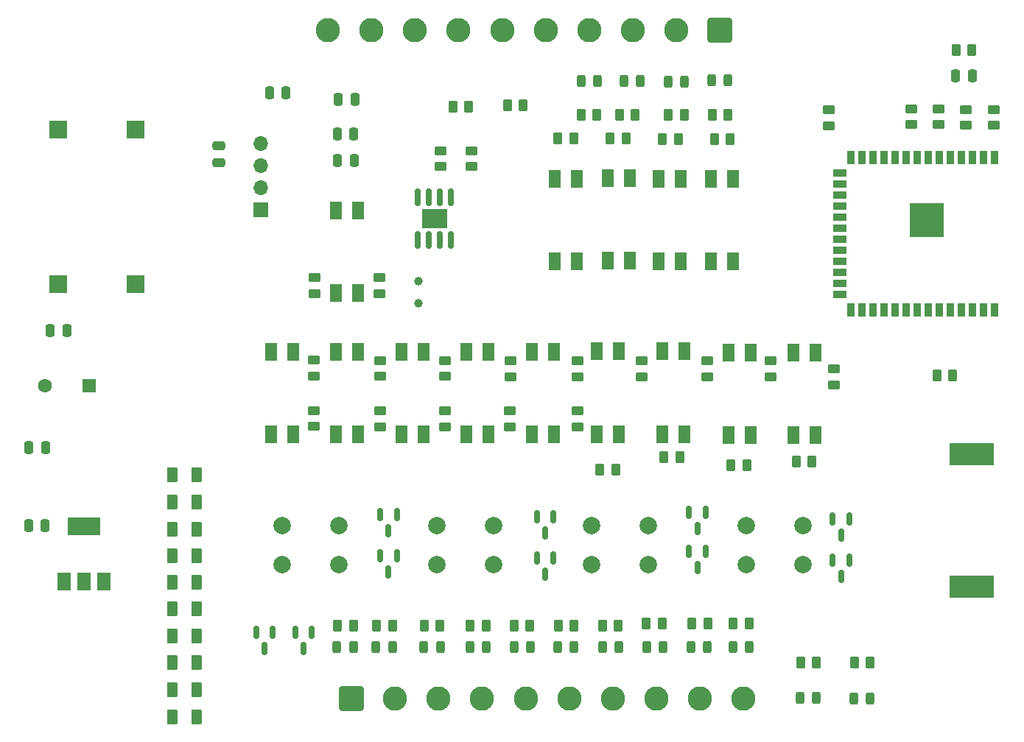
<source format=gbr>
%TF.GenerationSoftware,KiCad,Pcbnew,9.0.4*%
%TF.CreationDate,2025-10-10T10:10:13+07:00*%
%TF.ProjectId,TARA_T8X,54415241-5f54-4385-982e-6b696361645f,rev?*%
%TF.SameCoordinates,Original*%
%TF.FileFunction,Soldermask,Top*%
%TF.FilePolarity,Negative*%
%FSLAX46Y46*%
G04 Gerber Fmt 4.6, Leading zero omitted, Abs format (unit mm)*
G04 Created by KiCad (PCBNEW 9.0.4) date 2025-10-10 10:10:13*
%MOMM*%
%LPD*%
G01*
G04 APERTURE LIST*
G04 Aperture macros list*
%AMRoundRect*
0 Rectangle with rounded corners*
0 $1 Rounding radius*
0 $2 $3 $4 $5 $6 $7 $8 $9 X,Y pos of 4 corners*
0 Add a 4 corners polygon primitive as box body*
4,1,4,$2,$3,$4,$5,$6,$7,$8,$9,$2,$3,0*
0 Add four circle primitives for the rounded corners*
1,1,$1+$1,$2,$3*
1,1,$1+$1,$4,$5*
1,1,$1+$1,$6,$7*
1,1,$1+$1,$8,$9*
0 Add four rect primitives between the rounded corners*
20,1,$1+$1,$2,$3,$4,$5,0*
20,1,$1+$1,$4,$5,$6,$7,0*
20,1,$1+$1,$6,$7,$8,$9,0*
20,1,$1+$1,$8,$9,$2,$3,0*%
G04 Aperture macros list end*
%ADD10RoundRect,0.243750X0.243750X0.456250X-0.243750X0.456250X-0.243750X-0.456250X0.243750X-0.456250X0*%
%ADD11RoundRect,0.150000X-0.150000X0.587500X-0.150000X-0.587500X0.150000X-0.587500X0.150000X0.587500X0*%
%ADD12C,2.000000*%
%ADD13RoundRect,0.250000X-0.450000X0.262500X-0.450000X-0.262500X0.450000X-0.262500X0.450000X0.262500X0*%
%ADD14RoundRect,0.250000X0.262500X0.450000X-0.262500X0.450000X-0.262500X-0.450000X0.262500X-0.450000X0*%
%ADD15RoundRect,0.250000X-0.262500X-0.450000X0.262500X-0.450000X0.262500X0.450000X-0.262500X0.450000X0*%
%ADD16RoundRect,0.243750X-0.243750X-0.456250X0.243750X-0.456250X0.243750X0.456250X-0.243750X0.456250X0*%
%ADD17RoundRect,0.250000X0.375000X0.625000X-0.375000X0.625000X-0.375000X-0.625000X0.375000X-0.625000X0*%
%ADD18RoundRect,0.250000X0.450000X-0.262500X0.450000X0.262500X-0.450000X0.262500X-0.450000X-0.262500X0*%
%ADD19R,1.400000X2.000000*%
%ADD20R,2.000000X2.000000*%
%ADD21R,0.900000X1.500000*%
%ADD22R,1.500000X0.900000*%
%ADD23C,0.500000*%
%ADD24R,3.900000X3.900000*%
%ADD25C,1.000000*%
%ADD26R,1.700000X1.700000*%
%ADD27O,1.700000X1.700000*%
%ADD28RoundRect,0.250001X1.149999X1.149999X-1.149999X1.149999X-1.149999X-1.149999X1.149999X-1.149999X0*%
%ADD29C,2.800000*%
%ADD30RoundRect,0.250000X0.250000X0.475000X-0.250000X0.475000X-0.250000X-0.475000X0.250000X-0.475000X0*%
%ADD31R,5.100000X2.500000*%
%ADD32R,1.600000X1.600000*%
%ADD33C,1.600000*%
%ADD34RoundRect,0.250000X-0.250000X-0.475000X0.250000X-0.475000X0.250000X0.475000X-0.250000X0.475000X0*%
%ADD35RoundRect,0.250001X-1.149999X-1.149999X1.149999X-1.149999X1.149999X1.149999X-1.149999X1.149999X0*%
%ADD36RoundRect,0.250000X0.475000X-0.250000X0.475000X0.250000X-0.475000X0.250000X-0.475000X-0.250000X0*%
%ADD37RoundRect,0.150000X0.150000X-0.825000X0.150000X0.825000X-0.150000X0.825000X-0.150000X-0.825000X0*%
%ADD38R,3.000000X2.290000*%
%ADD39R,1.500000X2.000000*%
%ADD40R,3.800000X2.000000*%
G04 APERTURE END LIST*
D10*
%TO.C,LED5*%
X144337500Y-126450000D03*
X142462500Y-126450000D03*
%TD*%
D11*
%TO.C,Q2*%
X119250000Y-124750000D03*
X117350000Y-124750000D03*
X118300000Y-126625000D03*
%TD*%
D12*
%TO.C,S2*%
X133617660Y-112542460D03*
X140117660Y-112542460D03*
X133617660Y-117042460D03*
X140117660Y-117042460D03*
%TD*%
D13*
%TO.C,R23*%
X127100000Y-93537500D03*
X127100000Y-95362500D03*
%TD*%
%TO.C,R39*%
X178675000Y-64700000D03*
X178675000Y-66525000D03*
%TD*%
%TO.C,R26*%
X149800000Y-93587500D03*
X149800000Y-95412500D03*
%TD*%
D14*
%TO.C,R17*%
X154172500Y-106110000D03*
X152347500Y-106110000D03*
%TD*%
D15*
%TO.C,R7*%
X152637500Y-124000000D03*
X154462500Y-124000000D03*
%TD*%
D16*
%TO.C,LED12*%
X160187500Y-61425000D03*
X162062500Y-61425000D03*
%TD*%
D15*
%TO.C,R36*%
X153537500Y-67975000D03*
X155362500Y-67975000D03*
%TD*%
D17*
%TO.C,D3*%
X106000000Y-112900000D03*
X103200000Y-112900000D03*
%TD*%
D15*
%TO.C,R9*%
X162925000Y-123750000D03*
X164750000Y-123750000D03*
%TD*%
D11*
%TO.C,Q5*%
X147000000Y-111500000D03*
X145100000Y-111500000D03*
X146050000Y-113375000D03*
%TD*%
D15*
%TO.C,R1*%
X122175000Y-124000000D03*
X124000000Y-124000000D03*
%TD*%
D11*
%TO.C,Q9*%
X181000000Y-111750000D03*
X179100000Y-111750000D03*
X180050000Y-113625000D03*
%TD*%
D18*
%TO.C,R33*%
X194400000Y-66462500D03*
X194400000Y-64637500D03*
%TD*%
D11*
%TO.C,Q1*%
X114750000Y-124750000D03*
X112850000Y-124750000D03*
X113800000Y-126625000D03*
%TD*%
D19*
%TO.C,OPTO10*%
X177140000Y-92600000D03*
X174600000Y-92600000D03*
X174600000Y-102100000D03*
X177140000Y-102100000D03*
%TD*%
D17*
%TO.C,D4*%
X106000000Y-116000000D03*
X103200000Y-116000000D03*
%TD*%
D19*
%TO.C,OPTO9*%
X169640000Y-92600000D03*
X167100000Y-92600000D03*
X167100000Y-102100000D03*
X169640000Y-102100000D03*
%TD*%
%TO.C,OPTO5*%
X139540000Y-92500000D03*
X137000000Y-92500000D03*
X137000000Y-102000000D03*
X139540000Y-102000000D03*
%TD*%
D11*
%TO.C,Q4*%
X129000000Y-116000000D03*
X127100000Y-116000000D03*
X128050000Y-117875000D03*
%TD*%
D20*
%TO.C,U1*%
X90110000Y-67000000D03*
X99000000Y-67000000D03*
X99000000Y-84780000D03*
X90110000Y-84780000D03*
%TD*%
D11*
%TO.C,Q10*%
X181000000Y-116500000D03*
X179100000Y-116500000D03*
X180050000Y-118375000D03*
%TD*%
D18*
%TO.C,RT1*%
X137600000Y-71237500D03*
X137600000Y-69412500D03*
%TD*%
D17*
%TO.C,D10*%
X106000000Y-134500000D03*
X103200000Y-134500000D03*
%TD*%
%TO.C,D1*%
X106000000Y-106700000D03*
X103200000Y-106700000D03*
%TD*%
D21*
%TO.C,J2*%
X197660000Y-70170000D03*
X196390000Y-70170000D03*
X195120000Y-70170000D03*
X193850000Y-70170000D03*
X192580000Y-70170000D03*
X191310000Y-70170000D03*
X190040000Y-70170000D03*
X188770000Y-70170000D03*
X187500000Y-70170000D03*
X186230000Y-70170000D03*
X184960000Y-70170000D03*
X183690000Y-70170000D03*
X182420000Y-70170000D03*
X181150000Y-70170000D03*
D22*
X179900000Y-71935000D03*
X179900000Y-73205000D03*
X179900000Y-74475000D03*
X179900000Y-75745000D03*
X179900000Y-77015000D03*
X179900000Y-78285000D03*
X179900000Y-79555000D03*
X179900000Y-80825000D03*
X179900000Y-82095000D03*
X179900000Y-83365000D03*
X179900000Y-84635000D03*
X179900000Y-85905000D03*
D21*
X181150000Y-87670000D03*
X182420000Y-87670000D03*
X183690000Y-87670000D03*
X184960000Y-87670000D03*
X186230000Y-87670000D03*
X187500000Y-87670000D03*
X188770000Y-87670000D03*
X190040000Y-87670000D03*
X191310000Y-87670000D03*
X192580000Y-87670000D03*
X193850000Y-87670000D03*
X195120000Y-87670000D03*
X196390000Y-87670000D03*
X197660000Y-87670000D03*
D23*
X190640000Y-76020000D03*
X189240000Y-76020000D03*
X191340000Y-76720000D03*
X189940000Y-76720000D03*
X188540000Y-76720000D03*
X190640000Y-77420000D03*
D24*
X189940000Y-77420000D03*
D23*
X189240000Y-77420000D03*
X191340000Y-78120000D03*
X189940000Y-78120000D03*
X188540000Y-78120000D03*
X190640000Y-78820000D03*
X189240000Y-78820000D03*
%TD*%
D16*
%TO.C,Dled1*%
X175362500Y-132350000D03*
X177237500Y-132350000D03*
%TD*%
D18*
%TO.C,R25*%
X142050000Y-95412500D03*
X142050000Y-93587500D03*
%TD*%
%TO.C,R14*%
X134550000Y-101162500D03*
X134550000Y-99337500D03*
%TD*%
D19*
%TO.C,OPTO3*%
X124540000Y-92550000D03*
X122000000Y-92550000D03*
X122000000Y-102050000D03*
X124540000Y-102050000D03*
%TD*%
D18*
%TO.C,R34*%
X197600000Y-66462500D03*
X197600000Y-64637500D03*
%TD*%
%TO.C,R28*%
X164650000Y-95412500D03*
X164650000Y-93587500D03*
%TD*%
D15*
%TO.C,R_led2*%
X181587500Y-128300000D03*
X183412500Y-128300000D03*
%TD*%
D19*
%TO.C,OPTO7*%
X154540000Y-92475000D03*
X152000000Y-92475000D03*
X152000000Y-101975000D03*
X154540000Y-101975000D03*
%TD*%
%TO.C,OPTO2*%
X117070000Y-92550000D03*
X114530000Y-92550000D03*
X114530000Y-102050000D03*
X117070000Y-102050000D03*
%TD*%
D15*
%TO.C,R35*%
X147512500Y-67975000D03*
X149337500Y-67975000D03*
%TD*%
D11*
%TO.C,Q7*%
X164500000Y-111000000D03*
X162600000Y-111000000D03*
X163550000Y-112875000D03*
%TD*%
D12*
%TO.C,S4*%
X169177660Y-112542460D03*
X175677660Y-112542460D03*
X169177660Y-117042460D03*
X175677660Y-117042460D03*
%TD*%
D13*
%TO.C,R21*%
X127000000Y-84000000D03*
X127000000Y-85825000D03*
%TD*%
D18*
%TO.C,R31*%
X188100000Y-66387500D03*
X188100000Y-64562500D03*
%TD*%
D15*
%TO.C,R2*%
X126675000Y-124000000D03*
X128500000Y-124000000D03*
%TD*%
D18*
%TO.C,R27*%
X157150000Y-95412500D03*
X157150000Y-93587500D03*
%TD*%
D25*
%TO.C,Y1*%
X131480000Y-86950000D03*
X131480000Y-84410000D03*
%TD*%
D26*
%TO.C,J3*%
X113395845Y-76207645D03*
D27*
X113395845Y-73667645D03*
X113395845Y-71127645D03*
X113395845Y-68587645D03*
%TD*%
D10*
%TO.C,LED1*%
X124000000Y-126500000D03*
X122125000Y-126500000D03*
%TD*%
%TO.C,LED7*%
X154487500Y-126500000D03*
X152612500Y-126500000D03*
%TD*%
D18*
%TO.C,RT2*%
X134000000Y-71225000D03*
X134000000Y-69400000D03*
%TD*%
D19*
%TO.C,OPTO6*%
X147040000Y-92500000D03*
X144500000Y-92500000D03*
X144500000Y-102000000D03*
X147040000Y-102000000D03*
%TD*%
D16*
%TO.C,LED13*%
X155125000Y-61400000D03*
X157000000Y-61400000D03*
%TD*%
D12*
%TO.C,S3*%
X151397660Y-112542460D03*
X157897660Y-112542460D03*
X151397660Y-117042460D03*
X157897660Y-117042460D03*
%TD*%
D16*
%TO.C,LED14*%
X150212500Y-61400000D03*
X152087500Y-61400000D03*
%TD*%
D14*
%TO.C,R20*%
X176725000Y-105150000D03*
X174900000Y-105150000D03*
%TD*%
D15*
%TO.C,R8*%
X157675000Y-123750000D03*
X159500000Y-123750000D03*
%TD*%
D18*
%TO.C,R32*%
X191225000Y-66412500D03*
X191225000Y-64587500D03*
%TD*%
%TO.C,R24*%
X134550000Y-95362500D03*
X134550000Y-93537500D03*
%TD*%
D17*
%TO.C,D7*%
X106000000Y-125200000D03*
X103200000Y-125200000D03*
%TD*%
D14*
%TO.C,Ren1*%
X192910000Y-95260000D03*
X191085000Y-95260000D03*
%TD*%
D28*
%TO.C,J4*%
X166100000Y-55500000D03*
D29*
X161100000Y-55500000D03*
X156100000Y-55500000D03*
X151100000Y-55500000D03*
X146100000Y-55500000D03*
X141100000Y-55500000D03*
X136100000Y-55500000D03*
X131100000Y-55500000D03*
X126100000Y-55500000D03*
X121100000Y-55500000D03*
%TD*%
D17*
%TO.C,D9*%
X106000000Y-131400000D03*
X103200000Y-131400000D03*
%TD*%
D19*
%TO.C,OPTO11*%
X167633800Y-72600000D03*
X165093800Y-72600000D03*
X165093800Y-82100000D03*
X167633800Y-82100000D03*
%TD*%
D11*
%TO.C,Q3*%
X129000000Y-111250000D03*
X127100000Y-111250000D03*
X128050000Y-113125000D03*
%TD*%
D30*
%TO.C,C4*%
X88600000Y-112540000D03*
X86700000Y-112540000D03*
%TD*%
D15*
%TO.C,R_led1*%
X175387500Y-128300000D03*
X177212500Y-128300000D03*
%TD*%
D16*
%TO.C,Dled2*%
X181525000Y-132400000D03*
X183400000Y-132400000D03*
%TD*%
D14*
%TO.C,RL1*%
X167062500Y-65275000D03*
X165237500Y-65275000D03*
%TD*%
D31*
%TO.C,BT1*%
X195100000Y-119525000D03*
X195100000Y-104325000D03*
%TD*%
D10*
%TO.C,LED9*%
X164665160Y-126474460D03*
X162790160Y-126474460D03*
%TD*%
D32*
%TO.C,C1*%
X93600000Y-96450000D03*
D33*
X88600000Y-96450000D03*
%TD*%
D17*
%TO.C,D6*%
X106000000Y-122100000D03*
X103200000Y-122100000D03*
%TD*%
D10*
%TO.C,LED6*%
X149387500Y-126500000D03*
X147512500Y-126500000D03*
%TD*%
D11*
%TO.C,Q6*%
X147000000Y-116250000D03*
X145100000Y-116250000D03*
X146050000Y-118125000D03*
%TD*%
D14*
%TO.C,Rbo1*%
X195087500Y-57800000D03*
X193262500Y-57800000D03*
%TD*%
D34*
%TO.C,C5*%
X122280000Y-63490000D03*
X124180000Y-63490000D03*
%TD*%
%TO.C,C4*%
X122190000Y-70530000D03*
X124090000Y-70530000D03*
%TD*%
D15*
%TO.C,RF2*%
X141725000Y-64200000D03*
X143550000Y-64200000D03*
%TD*%
D11*
%TO.C,Q8*%
X164500000Y-115500000D03*
X162600000Y-115500000D03*
X163550000Y-117375000D03*
%TD*%
D18*
%TO.C,R13*%
X127100000Y-101162500D03*
X127100000Y-99337500D03*
%TD*%
D15*
%TO.C,R3*%
X132137500Y-124000000D03*
X133962500Y-124000000D03*
%TD*%
D10*
%TO.C,LED4*%
X139287500Y-126500000D03*
X137412500Y-126500000D03*
%TD*%
D34*
%TO.C,C5*%
X89175000Y-90050000D03*
X91075000Y-90050000D03*
%TD*%
D35*
%TO.C,J1*%
X123807660Y-132442460D03*
D29*
X128807660Y-132442460D03*
X133807660Y-132442460D03*
X138807660Y-132442460D03*
X143807660Y-132442460D03*
X148807660Y-132442460D03*
X153807660Y-132442460D03*
X158807660Y-132442460D03*
X163807660Y-132442460D03*
X168807660Y-132442460D03*
%TD*%
D15*
%TO.C,RL2*%
X160187500Y-65275000D03*
X162012500Y-65275000D03*
%TD*%
D10*
%TO.C,LED10*%
X169500000Y-126500000D03*
X167625000Y-126500000D03*
%TD*%
D15*
%TO.C,R4*%
X137437500Y-124000000D03*
X139262500Y-124000000D03*
%TD*%
D14*
%TO.C,R18*%
X161535000Y-104650000D03*
X159710000Y-104650000D03*
%TD*%
D17*
%TO.C,D5*%
X106000000Y-119050000D03*
X103200000Y-119050000D03*
%TD*%
D18*
%TO.C,R16*%
X149750000Y-101162500D03*
X149750000Y-99337500D03*
%TD*%
D14*
%TO.C,R37*%
X161337500Y-68075000D03*
X159512500Y-68075000D03*
%TD*%
D19*
%TO.C,OPTO14*%
X149675000Y-72625000D03*
X147135000Y-72625000D03*
X147135000Y-82125000D03*
X149675000Y-82125000D03*
%TD*%
D12*
%TO.C,S1*%
X115837660Y-112542460D03*
X122337660Y-112542460D03*
X115837660Y-117042460D03*
X122337660Y-117042460D03*
%TD*%
D18*
%TO.C,R30*%
X179200000Y-96325000D03*
X179200000Y-94500000D03*
%TD*%
D14*
%TO.C,R38*%
X167312500Y-68100000D03*
X165487500Y-68100000D03*
%TD*%
D19*
%TO.C,OPTO4*%
X132040000Y-92500000D03*
X129500000Y-92500000D03*
X129500000Y-102000000D03*
X132040000Y-102000000D03*
%TD*%
D17*
%TO.C,D2*%
X106000000Y-109800000D03*
X103200000Y-109800000D03*
%TD*%
D16*
%TO.C,LED11*%
X165212500Y-61300000D03*
X167087500Y-61300000D03*
%TD*%
D10*
%TO.C,LED8*%
X159585160Y-126474460D03*
X157710160Y-126474460D03*
%TD*%
D15*
%TO.C,R10*%
X167675000Y-123750000D03*
X169500000Y-123750000D03*
%TD*%
%TO.C,RL4*%
X150162500Y-65300000D03*
X151987500Y-65300000D03*
%TD*%
D17*
%TO.C,D8*%
X106000000Y-128300000D03*
X103200000Y-128300000D03*
%TD*%
D19*
%TO.C,OPTO13*%
X155745000Y-72550000D03*
X153205000Y-72550000D03*
X153205000Y-82050000D03*
X155745000Y-82050000D03*
%TD*%
D18*
%TO.C,R12*%
X119500000Y-101112500D03*
X119500000Y-99287500D03*
%TD*%
%TO.C,R15*%
X142000000Y-101162500D03*
X142000000Y-99337500D03*
%TD*%
D14*
%TO.C,R19*%
X169240000Y-105580000D03*
X167415000Y-105580000D03*
%TD*%
D10*
%TO.C,LED3*%
X133987500Y-126500000D03*
X132112500Y-126500000D03*
%TD*%
D36*
%TO.C,C2*%
X108570000Y-70750000D03*
X108570000Y-68850000D03*
%TD*%
D19*
%TO.C,OPTO12*%
X161670000Y-72625000D03*
X159130000Y-72625000D03*
X159130000Y-82125000D03*
X161670000Y-82125000D03*
%TD*%
D37*
%TO.C,U4*%
X131440000Y-79700000D03*
X132710000Y-79700000D03*
X133980000Y-79700000D03*
X135250000Y-79700000D03*
X135250000Y-74750000D03*
X133980000Y-74750000D03*
X132710000Y-74750000D03*
X131440000Y-74750000D03*
D38*
X133345000Y-77225000D03*
%TD*%
D15*
%TO.C,RL3*%
X154587500Y-65300000D03*
X156412500Y-65300000D03*
%TD*%
%TO.C,R5*%
X142487500Y-124000000D03*
X144312500Y-124000000D03*
%TD*%
D30*
%TO.C,C3*%
X116280000Y-62690000D03*
X114380000Y-62690000D03*
%TD*%
%TO.C,CR1*%
X195125000Y-60825000D03*
X193225000Y-60825000D03*
%TD*%
D34*
%TO.C,C2*%
X86710000Y-103530000D03*
X88610000Y-103530000D03*
%TD*%
D19*
%TO.C,OPTO8*%
X162040000Y-92475000D03*
X159500000Y-92475000D03*
X159500000Y-101975000D03*
X162040000Y-101975000D03*
%TD*%
D39*
%TO.C,U2*%
X90760000Y-118910000D03*
X93060000Y-118910000D03*
D40*
X93060000Y-112610000D03*
D39*
X95360000Y-118910000D03*
%TD*%
D18*
%TO.C,R22*%
X119500000Y-95325000D03*
X119500000Y-93500000D03*
%TD*%
%TO.C,R11*%
X119550000Y-85825000D03*
X119550000Y-84000000D03*
%TD*%
%TO.C,R29*%
X172000000Y-95412500D03*
X172000000Y-93587500D03*
%TD*%
D10*
%TO.C,LED2*%
X128487500Y-126500000D03*
X126612500Y-126500000D03*
%TD*%
D34*
%TO.C,C3*%
X122170000Y-67500000D03*
X124070000Y-67500000D03*
%TD*%
D15*
%TO.C,RF1*%
X135425000Y-64350000D03*
X137250000Y-64350000D03*
%TD*%
D19*
%TO.C,OPTO1*%
X124520000Y-76250000D03*
X121980000Y-76250000D03*
X121980000Y-85750000D03*
X124520000Y-85750000D03*
%TD*%
D14*
%TO.C,R6*%
X149362500Y-124000000D03*
X147537500Y-124000000D03*
%TD*%
M02*

</source>
